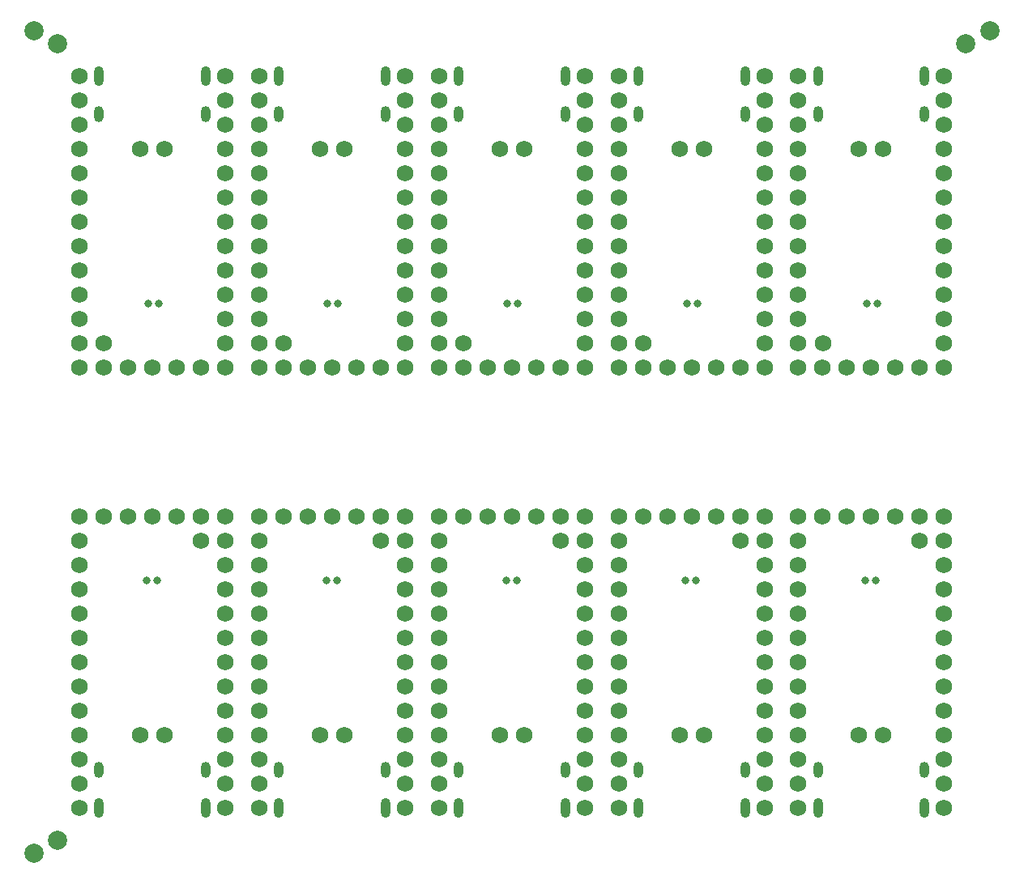
<source format=gbs>
G04 #@! TF.GenerationSoftware,KiCad,Pcbnew,(6.0.7)*
G04 #@! TF.CreationDate,2022-09-18T17:12:15+02:00*
G04 #@! TF.ProjectId,helios-panel,68656c69-6f73-42d7-9061-6e656c2e6b69,rev1.0*
G04 #@! TF.SameCoordinates,Original*
G04 #@! TF.FileFunction,Soldermask,Bot*
G04 #@! TF.FilePolarity,Negative*
%FSLAX46Y46*%
G04 Gerber Fmt 4.6, Leading zero omitted, Abs format (unit mm)*
G04 Created by KiCad (PCBNEW (6.0.7)) date 2022-09-18 17:12:15*
%MOMM*%
%LPD*%
G01*
G04 APERTURE LIST*
%ADD10O,1.000000X1.700000*%
%ADD11O,1.000000X2.100000*%
%ADD12C,1.752600*%
%ADD13C,2.000000*%
%ADD14C,0.800000*%
G04 APERTURE END LIST*
D10*
G04 #@! TO.C,J1*
X9315000Y11240000D03*
X20465000Y11240000D03*
D11*
X20465000Y7240000D03*
X9315000Y7240000D03*
G04 #@! TD*
D10*
G04 #@! TO.C,J1*
X95585000Y79800000D03*
X84435000Y79800000D03*
D11*
X84435000Y83800000D03*
X95585000Y83800000D03*
G04 #@! TD*
D12*
G04 #@! TO.C,J2*
X26050000Y83770000D03*
X26050000Y81230000D03*
X26050000Y78690000D03*
X26050000Y76150000D03*
X26050000Y73610000D03*
X26050000Y71070000D03*
X26050000Y68530000D03*
X26050000Y65990000D03*
X26050000Y63450000D03*
X26050000Y60910000D03*
X26050000Y58370000D03*
X26050000Y55830000D03*
X26050000Y53290000D03*
X28590000Y53290000D03*
X31130000Y53290000D03*
X33670000Y53290000D03*
X36210000Y53290000D03*
X38750000Y53290000D03*
X41290000Y53290000D03*
X41290000Y55830000D03*
X41290000Y58370000D03*
X41290000Y60910000D03*
X41290000Y63450000D03*
X41290000Y65990000D03*
X41290000Y68530000D03*
X41290000Y71070000D03*
X41290000Y73610000D03*
X41290000Y76150000D03*
X41290000Y78690000D03*
X41290000Y81230000D03*
X41290000Y83770000D03*
X28595000Y55830000D03*
X34940000Y76150000D03*
X32400000Y76150000D03*
G04 #@! TD*
G04 #@! TO.C,J2*
X60070000Y7270000D03*
X60070000Y9810000D03*
X60070000Y12350000D03*
X60070000Y14890000D03*
X60070000Y17430000D03*
X60070000Y19970000D03*
X60070000Y22510000D03*
X60070000Y25050000D03*
X60070000Y27590000D03*
X60070000Y30130000D03*
X60070000Y32670000D03*
X60070000Y35210000D03*
X60070000Y37750000D03*
X57530000Y37750000D03*
X54990000Y37750000D03*
X52450000Y37750000D03*
X49910000Y37750000D03*
X47370000Y37750000D03*
X44830000Y37750000D03*
X44830000Y35210000D03*
X44830000Y32670000D03*
X44830000Y30130000D03*
X44830000Y27590000D03*
X44830000Y25050000D03*
X44830000Y22510000D03*
X44830000Y19970000D03*
X44830000Y17430000D03*
X44830000Y14890000D03*
X44830000Y12350000D03*
X44830000Y9810000D03*
X44830000Y7270000D03*
X57525000Y35210000D03*
X51180000Y14890000D03*
X53720000Y14890000D03*
G04 #@! TD*
D13*
G04 #@! TO.C,REF\u002A\u002A*
X2500000Y88540000D03*
G04 #@! TD*
D12*
G04 #@! TO.C,J2*
X22510000Y7270000D03*
X22510000Y9810000D03*
X22510000Y12350000D03*
X22510000Y14890000D03*
X22510000Y17430000D03*
X22510000Y19970000D03*
X22510000Y22510000D03*
X22510000Y25050000D03*
X22510000Y27590000D03*
X22510000Y30130000D03*
X22510000Y32670000D03*
X22510000Y35210000D03*
X22510000Y37750000D03*
X19970000Y37750000D03*
X17430000Y37750000D03*
X14890000Y37750000D03*
X12350000Y37750000D03*
X9810000Y37750000D03*
X7270000Y37750000D03*
X7270000Y35210000D03*
X7270000Y32670000D03*
X7270000Y30130000D03*
X7270000Y27590000D03*
X7270000Y25050000D03*
X7270000Y22510000D03*
X7270000Y19970000D03*
X7270000Y17430000D03*
X7270000Y14890000D03*
X7270000Y12350000D03*
X7270000Y9810000D03*
X7270000Y7270000D03*
X19965000Y35210000D03*
X13620000Y14890000D03*
X16160000Y14890000D03*
G04 #@! TD*
D10*
G04 #@! TO.C,J1*
X46875000Y11240000D03*
X58025000Y11240000D03*
D11*
X58025000Y7240000D03*
X46875000Y7240000D03*
G04 #@! TD*
D12*
G04 #@! TO.C,J2*
X7270000Y83770000D03*
X7270000Y81230000D03*
X7270000Y78690000D03*
X7270000Y76150000D03*
X7270000Y73610000D03*
X7270000Y71070000D03*
X7270000Y68530000D03*
X7270000Y65990000D03*
X7270000Y63450000D03*
X7270000Y60910000D03*
X7270000Y58370000D03*
X7270000Y55830000D03*
X7270000Y53290000D03*
X9810000Y53290000D03*
X12350000Y53290000D03*
X14890000Y53290000D03*
X17430000Y53290000D03*
X19970000Y53290000D03*
X22510000Y53290000D03*
X22510000Y55830000D03*
X22510000Y58370000D03*
X22510000Y60910000D03*
X22510000Y63450000D03*
X22510000Y65990000D03*
X22510000Y68530000D03*
X22510000Y71070000D03*
X22510000Y73610000D03*
X22510000Y76150000D03*
X22510000Y78690000D03*
X22510000Y81230000D03*
X22510000Y83770000D03*
X9815000Y55830000D03*
X16160000Y76150000D03*
X13620000Y76150000D03*
G04 #@! TD*
G04 #@! TO.C,J2*
X78850000Y7270000D03*
X78850000Y9810000D03*
X78850000Y12350000D03*
X78850000Y14890000D03*
X78850000Y17430000D03*
X78850000Y19970000D03*
X78850000Y22510000D03*
X78850000Y25050000D03*
X78850000Y27590000D03*
X78850000Y30130000D03*
X78850000Y32670000D03*
X78850000Y35210000D03*
X78850000Y37750000D03*
X76310000Y37750000D03*
X73770000Y37750000D03*
X71230000Y37750000D03*
X68690000Y37750000D03*
X66150000Y37750000D03*
X63610000Y37750000D03*
X63610000Y35210000D03*
X63610000Y32670000D03*
X63610000Y30130000D03*
X63610000Y27590000D03*
X63610000Y25050000D03*
X63610000Y22510000D03*
X63610000Y19970000D03*
X63610000Y17430000D03*
X63610000Y14890000D03*
X63610000Y12350000D03*
X63610000Y9810000D03*
X63610000Y7270000D03*
X76305000Y35210000D03*
X69960000Y14890000D03*
X72500000Y14890000D03*
G04 #@! TD*
D10*
G04 #@! TO.C,J1*
X28095000Y11240000D03*
X39245000Y11240000D03*
D11*
X39245000Y7240000D03*
X28095000Y7240000D03*
G04 #@! TD*
D10*
G04 #@! TO.C,J1*
X84435000Y11240000D03*
X95585000Y11240000D03*
D11*
X95585000Y7240000D03*
X84435000Y7240000D03*
G04 #@! TD*
D12*
G04 #@! TO.C,J2*
X44830000Y83770000D03*
X44830000Y81230000D03*
X44830000Y78690000D03*
X44830000Y76150000D03*
X44830000Y73610000D03*
X44830000Y71070000D03*
X44830000Y68530000D03*
X44830000Y65990000D03*
X44830000Y63450000D03*
X44830000Y60910000D03*
X44830000Y58370000D03*
X44830000Y55830000D03*
X44830000Y53290000D03*
X47370000Y53290000D03*
X49910000Y53290000D03*
X52450000Y53290000D03*
X54990000Y53290000D03*
X57530000Y53290000D03*
X60070000Y53290000D03*
X60070000Y55830000D03*
X60070000Y58370000D03*
X60070000Y60910000D03*
X60070000Y63450000D03*
X60070000Y65990000D03*
X60070000Y68530000D03*
X60070000Y71070000D03*
X60070000Y73610000D03*
X60070000Y76150000D03*
X60070000Y78690000D03*
X60070000Y81230000D03*
X60070000Y83770000D03*
X47375000Y55830000D03*
X53720000Y76150000D03*
X51180000Y76150000D03*
G04 #@! TD*
D10*
G04 #@! TO.C,J1*
X65655000Y11240000D03*
X76805000Y11240000D03*
D11*
X76805000Y7240000D03*
X65655000Y7240000D03*
G04 #@! TD*
D10*
G04 #@! TO.C,J1*
X58025000Y79800000D03*
X46875000Y79800000D03*
D11*
X46875000Y83800000D03*
X58025000Y83800000D03*
G04 #@! TD*
D10*
G04 #@! TO.C,J1*
X20465000Y79800000D03*
X9315000Y79800000D03*
D11*
X9315000Y83800000D03*
X20465000Y83800000D03*
G04 #@! TD*
D12*
G04 #@! TO.C,J2*
X63610000Y83770000D03*
X63610000Y81230000D03*
X63610000Y78690000D03*
X63610000Y76150000D03*
X63610000Y73610000D03*
X63610000Y71070000D03*
X63610000Y68530000D03*
X63610000Y65990000D03*
X63610000Y63450000D03*
X63610000Y60910000D03*
X63610000Y58370000D03*
X63610000Y55830000D03*
X63610000Y53290000D03*
X66150000Y53290000D03*
X68690000Y53290000D03*
X71230000Y53290000D03*
X73770000Y53290000D03*
X76310000Y53290000D03*
X78850000Y53290000D03*
X78850000Y55830000D03*
X78850000Y58370000D03*
X78850000Y60910000D03*
X78850000Y63450000D03*
X78850000Y65990000D03*
X78850000Y68530000D03*
X78850000Y71070000D03*
X78850000Y73610000D03*
X78850000Y76150000D03*
X78850000Y78690000D03*
X78850000Y81230000D03*
X78850000Y83770000D03*
X66155000Y55830000D03*
X72500000Y76150000D03*
X69960000Y76150000D03*
G04 #@! TD*
G04 #@! TO.C,J2*
X82390000Y83770000D03*
X82390000Y81230000D03*
X82390000Y78690000D03*
X82390000Y76150000D03*
X82390000Y73610000D03*
X82390000Y71070000D03*
X82390000Y68530000D03*
X82390000Y65990000D03*
X82390000Y63450000D03*
X82390000Y60910000D03*
X82390000Y58370000D03*
X82390000Y55830000D03*
X82390000Y53290000D03*
X84930000Y53290000D03*
X87470000Y53290000D03*
X90010000Y53290000D03*
X92550000Y53290000D03*
X95090000Y53290000D03*
X97630000Y53290000D03*
X97630000Y55830000D03*
X97630000Y58370000D03*
X97630000Y60910000D03*
X97630000Y63450000D03*
X97630000Y65990000D03*
X97630000Y68530000D03*
X97630000Y71070000D03*
X97630000Y73610000D03*
X97630000Y76150000D03*
X97630000Y78690000D03*
X97630000Y81230000D03*
X97630000Y83770000D03*
X84935000Y55830000D03*
X91280000Y76150000D03*
X88740000Y76150000D03*
G04 #@! TD*
D10*
G04 #@! TO.C,J1*
X76805000Y79800000D03*
X65655000Y79800000D03*
D11*
X65655000Y83800000D03*
X76805000Y83800000D03*
G04 #@! TD*
D10*
G04 #@! TO.C,J1*
X39245000Y79800000D03*
X28095000Y79800000D03*
D11*
X28095000Y83800000D03*
X39245000Y83800000D03*
G04 #@! TD*
D13*
G04 #@! TO.C,REF\u002A\u002A*
X102400000Y88540000D03*
G04 #@! TD*
D12*
G04 #@! TO.C,J2*
X41290000Y7270000D03*
X41290000Y9810000D03*
X41290000Y12350000D03*
X41290000Y14890000D03*
X41290000Y17430000D03*
X41290000Y19970000D03*
X41290000Y22510000D03*
X41290000Y25050000D03*
X41290000Y27590000D03*
X41290000Y30130000D03*
X41290000Y32670000D03*
X41290000Y35210000D03*
X41290000Y37750000D03*
X38750000Y37750000D03*
X36210000Y37750000D03*
X33670000Y37750000D03*
X31130000Y37750000D03*
X28590000Y37750000D03*
X26050000Y37750000D03*
X26050000Y35210000D03*
X26050000Y32670000D03*
X26050000Y30130000D03*
X26050000Y27590000D03*
X26050000Y25050000D03*
X26050000Y22510000D03*
X26050000Y19970000D03*
X26050000Y17430000D03*
X26050000Y14890000D03*
X26050000Y12350000D03*
X26050000Y9810000D03*
X26050000Y7270000D03*
X38745000Y35210000D03*
X32400000Y14890000D03*
X34940000Y14890000D03*
G04 #@! TD*
D13*
G04 #@! TO.C,REF\u002A\u002A*
X2500000Y2500000D03*
G04 #@! TD*
D12*
G04 #@! TO.C,J2*
X97630000Y7270000D03*
X97630000Y9810000D03*
X97630000Y12350000D03*
X97630000Y14890000D03*
X97630000Y17430000D03*
X97630000Y19970000D03*
X97630000Y22510000D03*
X97630000Y25050000D03*
X97630000Y27590000D03*
X97630000Y30130000D03*
X97630000Y32670000D03*
X97630000Y35210000D03*
X97630000Y37750000D03*
X95090000Y37750000D03*
X92550000Y37750000D03*
X90010000Y37750000D03*
X87470000Y37750000D03*
X84930000Y37750000D03*
X82390000Y37750000D03*
X82390000Y35210000D03*
X82390000Y32670000D03*
X82390000Y30130000D03*
X82390000Y27590000D03*
X82390000Y25050000D03*
X82390000Y22510000D03*
X82390000Y19970000D03*
X82390000Y17430000D03*
X82390000Y14890000D03*
X82390000Y12350000D03*
X82390000Y9810000D03*
X82390000Y7270000D03*
X95085000Y35210000D03*
X88740000Y14890000D03*
X91280000Y14890000D03*
G04 #@! TD*
D14*
G04 #@! TO.C,TP2*
X33055000Y31070000D03*
G04 #@! TD*
D13*
G04 #@! TO.C,REF\u002A\u002A*
X5000000Y87190000D03*
G04 #@! TD*
D14*
G04 #@! TO.C,TP2*
X34285000Y59970000D03*
G04 #@! TD*
G04 #@! TO.C,TP2*
X90625000Y59970000D03*
G04 #@! TD*
G04 #@! TO.C,TP1*
X90495000Y31060000D03*
G04 #@! TD*
G04 #@! TO.C,TP1*
X52935000Y31060000D03*
G04 #@! TD*
G04 #@! TO.C,TP2*
X15505000Y59970000D03*
G04 #@! TD*
G04 #@! TO.C,TP2*
X71845000Y59970000D03*
G04 #@! TD*
G04 #@! TO.C,TP2*
X14275000Y31070000D03*
G04 #@! TD*
G04 #@! TO.C,TP1*
X70745000Y59980000D03*
G04 #@! TD*
G04 #@! TO.C,TP1*
X71715000Y31060000D03*
G04 #@! TD*
G04 #@! TO.C,TP1*
X33185000Y59980000D03*
G04 #@! TD*
G04 #@! TO.C,TP1*
X51965000Y59980000D03*
G04 #@! TD*
G04 #@! TO.C,TP1*
X34155000Y31060000D03*
G04 #@! TD*
G04 #@! TO.C,TP2*
X53065000Y59970000D03*
G04 #@! TD*
G04 #@! TO.C,TP1*
X89525000Y59980000D03*
G04 #@! TD*
G04 #@! TO.C,TP2*
X70615000Y31070000D03*
G04 #@! TD*
D13*
G04 #@! TO.C,REF\u002A\u002A*
X5000000Y3850000D03*
G04 #@! TD*
D14*
G04 #@! TO.C,TP2*
X51835000Y31070000D03*
G04 #@! TD*
G04 #@! TO.C,TP1*
X14405000Y59980000D03*
G04 #@! TD*
D13*
G04 #@! TO.C,REF\u002A\u002A*
X99900000Y87190000D03*
G04 #@! TD*
D14*
G04 #@! TO.C,TP2*
X89395000Y31070000D03*
G04 #@! TD*
G04 #@! TO.C,TP1*
X15375000Y31060000D03*
G04 #@! TD*
M02*

</source>
